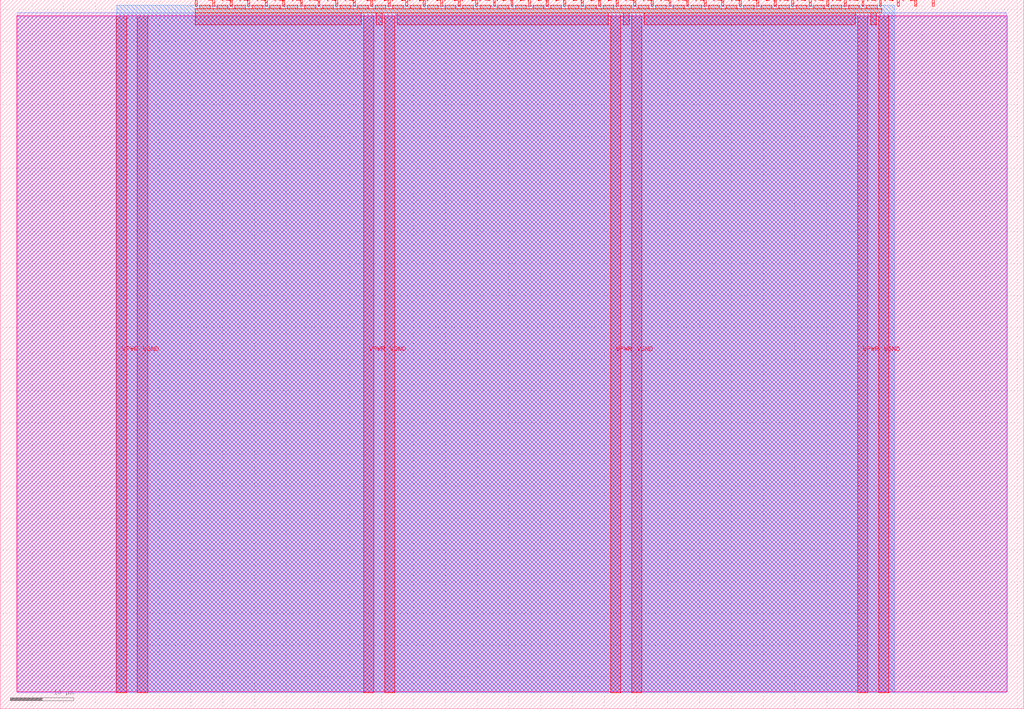
<source format=lef>
VERSION 5.7 ;
  NOWIREEXTENSIONATPIN ON ;
  DIVIDERCHAR "/" ;
  BUSBITCHARS "[]" ;
MACRO tt_um_array_mult_joe_leighthardt
  CLASS BLOCK ;
  FOREIGN tt_um_array_mult_joe_leighthardt ;
  ORIGIN 0.000 0.000 ;
  SIZE 161.000 BY 111.520 ;
  PIN VGND
    DIRECTION INOUT ;
    USE GROUND ;
    PORT
      LAYER met4 ;
        RECT 21.580 2.480 23.180 109.040 ;
    END
    PORT
      LAYER met4 ;
        RECT 60.450 2.480 62.050 109.040 ;
    END
    PORT
      LAYER met4 ;
        RECT 99.320 2.480 100.920 109.040 ;
    END
    PORT
      LAYER met4 ;
        RECT 138.190 2.480 139.790 109.040 ;
    END
  END VGND
  PIN VPWR
    DIRECTION INOUT ;
    USE POWER ;
    PORT
      LAYER met4 ;
        RECT 18.280 2.480 19.880 109.040 ;
    END
    PORT
      LAYER met4 ;
        RECT 57.150 2.480 58.750 109.040 ;
    END
    PORT
      LAYER met4 ;
        RECT 96.020 2.480 97.620 109.040 ;
    END
    PORT
      LAYER met4 ;
        RECT 134.890 2.480 136.490 109.040 ;
    END
  END VPWR
  PIN clk
    DIRECTION INPUT ;
    USE SIGNAL ;
    PORT
      LAYER met4 ;
        RECT 143.830 110.520 144.130 111.520 ;
    END
  END clk
  PIN ena
    DIRECTION INPUT ;
    USE SIGNAL ;
    PORT
      LAYER met4 ;
        RECT 146.590 110.520 146.890 111.520 ;
    END
  END ena
  PIN rst_n
    DIRECTION INPUT ;
    USE SIGNAL ;
    PORT
      LAYER met4 ;
        RECT 141.070 110.520 141.370 111.520 ;
    END
  END rst_n
  PIN ui_in[0]
    DIRECTION INPUT ;
    USE SIGNAL ;
    ANTENNAGATEAREA 0.159000 ;
    PORT
      LAYER met4 ;
        RECT 138.310 110.520 138.610 111.520 ;
    END
  END ui_in[0]
  PIN ui_in[1]
    DIRECTION INPUT ;
    USE SIGNAL ;
    ANTENNAGATEAREA 0.159000 ;
    PORT
      LAYER met4 ;
        RECT 135.550 110.520 135.850 111.520 ;
    END
  END ui_in[1]
  PIN ui_in[2]
    DIRECTION INPUT ;
    USE SIGNAL ;
    ANTENNAGATEAREA 0.213000 ;
    PORT
      LAYER met4 ;
        RECT 132.790 110.520 133.090 111.520 ;
    END
  END ui_in[2]
  PIN ui_in[3]
    DIRECTION INPUT ;
    USE SIGNAL ;
    ANTENNAGATEAREA 0.126000 ;
    PORT
      LAYER met4 ;
        RECT 130.030 110.520 130.330 111.520 ;
    END
  END ui_in[3]
  PIN ui_in[4]
    DIRECTION INPUT ;
    USE SIGNAL ;
    ANTENNAGATEAREA 0.126000 ;
    PORT
      LAYER met4 ;
        RECT 127.270 110.520 127.570 111.520 ;
    END
  END ui_in[4]
  PIN ui_in[5]
    DIRECTION INPUT ;
    USE SIGNAL ;
    ANTENNAGATEAREA 0.159000 ;
    PORT
      LAYER met4 ;
        RECT 124.510 110.520 124.810 111.520 ;
    END
  END ui_in[5]
  PIN ui_in[6]
    DIRECTION INPUT ;
    USE SIGNAL ;
    ANTENNAGATEAREA 0.213000 ;
    PORT
      LAYER met4 ;
        RECT 121.750 110.520 122.050 111.520 ;
    END
  END ui_in[6]
  PIN ui_in[7]
    DIRECTION INPUT ;
    USE SIGNAL ;
    ANTENNAGATEAREA 0.213000 ;
    PORT
      LAYER met4 ;
        RECT 118.990 110.520 119.290 111.520 ;
    END
  END ui_in[7]
  PIN uio_in[0]
    DIRECTION INPUT ;
    USE SIGNAL ;
    PORT
      LAYER met4 ;
        RECT 116.230 110.520 116.530 111.520 ;
    END
  END uio_in[0]
  PIN uio_in[1]
    DIRECTION INPUT ;
    USE SIGNAL ;
    PORT
      LAYER met4 ;
        RECT 113.470 110.520 113.770 111.520 ;
    END
  END uio_in[1]
  PIN uio_in[2]
    DIRECTION INPUT ;
    USE SIGNAL ;
    PORT
      LAYER met4 ;
        RECT 110.710 110.520 111.010 111.520 ;
    END
  END uio_in[2]
  PIN uio_in[3]
    DIRECTION INPUT ;
    USE SIGNAL ;
    PORT
      LAYER met4 ;
        RECT 107.950 110.520 108.250 111.520 ;
    END
  END uio_in[3]
  PIN uio_in[4]
    DIRECTION INPUT ;
    USE SIGNAL ;
    PORT
      LAYER met4 ;
        RECT 105.190 110.520 105.490 111.520 ;
    END
  END uio_in[4]
  PIN uio_in[5]
    DIRECTION INPUT ;
    USE SIGNAL ;
    PORT
      LAYER met4 ;
        RECT 102.430 110.520 102.730 111.520 ;
    END
  END uio_in[5]
  PIN uio_in[6]
    DIRECTION INPUT ;
    USE SIGNAL ;
    PORT
      LAYER met4 ;
        RECT 99.670 110.520 99.970 111.520 ;
    END
  END uio_in[6]
  PIN uio_in[7]
    DIRECTION INPUT ;
    USE SIGNAL ;
    PORT
      LAYER met4 ;
        RECT 96.910 110.520 97.210 111.520 ;
    END
  END uio_in[7]
  PIN uio_oe[0]
    DIRECTION OUTPUT ;
    USE SIGNAL ;
    PORT
      LAYER met4 ;
        RECT 49.990 110.520 50.290 111.520 ;
    END
  END uio_oe[0]
  PIN uio_oe[1]
    DIRECTION OUTPUT ;
    USE SIGNAL ;
    PORT
      LAYER met4 ;
        RECT 47.230 110.520 47.530 111.520 ;
    END
  END uio_oe[1]
  PIN uio_oe[2]
    DIRECTION OUTPUT ;
    USE SIGNAL ;
    PORT
      LAYER met4 ;
        RECT 44.470 110.520 44.770 111.520 ;
    END
  END uio_oe[2]
  PIN uio_oe[3]
    DIRECTION OUTPUT ;
    USE SIGNAL ;
    PORT
      LAYER met4 ;
        RECT 41.710 110.520 42.010 111.520 ;
    END
  END uio_oe[3]
  PIN uio_oe[4]
    DIRECTION OUTPUT ;
    USE SIGNAL ;
    PORT
      LAYER met4 ;
        RECT 38.950 110.520 39.250 111.520 ;
    END
  END uio_oe[4]
  PIN uio_oe[5]
    DIRECTION OUTPUT ;
    USE SIGNAL ;
    PORT
      LAYER met4 ;
        RECT 36.190 110.520 36.490 111.520 ;
    END
  END uio_oe[5]
  PIN uio_oe[6]
    DIRECTION OUTPUT ;
    USE SIGNAL ;
    PORT
      LAYER met4 ;
        RECT 33.430 110.520 33.730 111.520 ;
    END
  END uio_oe[6]
  PIN uio_oe[7]
    DIRECTION OUTPUT ;
    USE SIGNAL ;
    PORT
      LAYER met4 ;
        RECT 30.670 110.520 30.970 111.520 ;
    END
  END uio_oe[7]
  PIN uio_out[0]
    DIRECTION OUTPUT ;
    USE SIGNAL ;
    PORT
      LAYER met4 ;
        RECT 72.070 110.520 72.370 111.520 ;
    END
  END uio_out[0]
  PIN uio_out[1]
    DIRECTION OUTPUT ;
    USE SIGNAL ;
    PORT
      LAYER met4 ;
        RECT 69.310 110.520 69.610 111.520 ;
    END
  END uio_out[1]
  PIN uio_out[2]
    DIRECTION OUTPUT ;
    USE SIGNAL ;
    PORT
      LAYER met4 ;
        RECT 66.550 110.520 66.850 111.520 ;
    END
  END uio_out[2]
  PIN uio_out[3]
    DIRECTION OUTPUT ;
    USE SIGNAL ;
    PORT
      LAYER met4 ;
        RECT 63.790 110.520 64.090 111.520 ;
    END
  END uio_out[3]
  PIN uio_out[4]
    DIRECTION OUTPUT ;
    USE SIGNAL ;
    PORT
      LAYER met4 ;
        RECT 61.030 110.520 61.330 111.520 ;
    END
  END uio_out[4]
  PIN uio_out[5]
    DIRECTION OUTPUT ;
    USE SIGNAL ;
    PORT
      LAYER met4 ;
        RECT 58.270 110.520 58.570 111.520 ;
    END
  END uio_out[5]
  PIN uio_out[6]
    DIRECTION OUTPUT ;
    USE SIGNAL ;
    PORT
      LAYER met4 ;
        RECT 55.510 110.520 55.810 111.520 ;
    END
  END uio_out[6]
  PIN uio_out[7]
    DIRECTION OUTPUT ;
    USE SIGNAL ;
    PORT
      LAYER met4 ;
        RECT 52.750 110.520 53.050 111.520 ;
    END
  END uio_out[7]
  PIN uo_out[0]
    DIRECTION OUTPUT ;
    USE SIGNAL ;
    ANTENNADIFFAREA 0.643500 ;
    PORT
      LAYER met4 ;
        RECT 94.150 110.520 94.450 111.520 ;
    END
  END uo_out[0]
  PIN uo_out[1]
    DIRECTION OUTPUT ;
    USE SIGNAL ;
    ANTENNADIFFAREA 0.445500 ;
    PORT
      LAYER met4 ;
        RECT 91.390 110.520 91.690 111.520 ;
    END
  END uo_out[1]
  PIN uo_out[2]
    DIRECTION OUTPUT ;
    USE SIGNAL ;
    ANTENNADIFFAREA 0.445500 ;
    PORT
      LAYER met4 ;
        RECT 88.630 110.520 88.930 111.520 ;
    END
  END uo_out[2]
  PIN uo_out[3]
    DIRECTION OUTPUT ;
    USE SIGNAL ;
    ANTENNADIFFAREA 0.445500 ;
    PORT
      LAYER met4 ;
        RECT 85.870 110.520 86.170 111.520 ;
    END
  END uo_out[3]
  PIN uo_out[4]
    DIRECTION OUTPUT ;
    USE SIGNAL ;
    ANTENNADIFFAREA 0.445500 ;
    PORT
      LAYER met4 ;
        RECT 83.110 110.520 83.410 111.520 ;
    END
  END uo_out[4]
  PIN uo_out[5]
    DIRECTION OUTPUT ;
    USE SIGNAL ;
    ANTENNADIFFAREA 0.445500 ;
    PORT
      LAYER met4 ;
        RECT 80.350 110.520 80.650 111.520 ;
    END
  END uo_out[5]
  PIN uo_out[6]
    DIRECTION OUTPUT ;
    USE SIGNAL ;
    ANTENNADIFFAREA 0.445500 ;
    PORT
      LAYER met4 ;
        RECT 77.590 110.520 77.890 111.520 ;
    END
  END uo_out[6]
  PIN uo_out[7]
    DIRECTION OUTPUT ;
    USE SIGNAL ;
    ANTENNADIFFAREA 0.445500 ;
    PORT
      LAYER met4 ;
        RECT 74.830 110.520 75.130 111.520 ;
    END
  END uo_out[7]
  OBS
      LAYER nwell ;
        RECT 2.570 2.635 158.430 108.990 ;
      LAYER li1 ;
        RECT 2.760 2.635 158.240 108.885 ;
      LAYER met1 ;
        RECT 2.760 2.480 158.240 109.440 ;
      LAYER met2 ;
        RECT 18.310 2.535 140.670 110.685 ;
      LAYER met3 ;
        RECT 18.290 2.555 140.695 110.665 ;
      LAYER met4 ;
        RECT 31.370 110.120 33.030 110.665 ;
        RECT 34.130 110.120 35.790 110.665 ;
        RECT 36.890 110.120 38.550 110.665 ;
        RECT 39.650 110.120 41.310 110.665 ;
        RECT 42.410 110.120 44.070 110.665 ;
        RECT 45.170 110.120 46.830 110.665 ;
        RECT 47.930 110.120 49.590 110.665 ;
        RECT 50.690 110.120 52.350 110.665 ;
        RECT 53.450 110.120 55.110 110.665 ;
        RECT 56.210 110.120 57.870 110.665 ;
        RECT 58.970 110.120 60.630 110.665 ;
        RECT 61.730 110.120 63.390 110.665 ;
        RECT 64.490 110.120 66.150 110.665 ;
        RECT 67.250 110.120 68.910 110.665 ;
        RECT 70.010 110.120 71.670 110.665 ;
        RECT 72.770 110.120 74.430 110.665 ;
        RECT 75.530 110.120 77.190 110.665 ;
        RECT 78.290 110.120 79.950 110.665 ;
        RECT 81.050 110.120 82.710 110.665 ;
        RECT 83.810 110.120 85.470 110.665 ;
        RECT 86.570 110.120 88.230 110.665 ;
        RECT 89.330 110.120 90.990 110.665 ;
        RECT 92.090 110.120 93.750 110.665 ;
        RECT 94.850 110.120 96.510 110.665 ;
        RECT 97.610 110.120 99.270 110.665 ;
        RECT 100.370 110.120 102.030 110.665 ;
        RECT 103.130 110.120 104.790 110.665 ;
        RECT 105.890 110.120 107.550 110.665 ;
        RECT 108.650 110.120 110.310 110.665 ;
        RECT 111.410 110.120 113.070 110.665 ;
        RECT 114.170 110.120 115.830 110.665 ;
        RECT 116.930 110.120 118.590 110.665 ;
        RECT 119.690 110.120 121.350 110.665 ;
        RECT 122.450 110.120 124.110 110.665 ;
        RECT 125.210 110.120 126.870 110.665 ;
        RECT 127.970 110.120 129.630 110.665 ;
        RECT 130.730 110.120 132.390 110.665 ;
        RECT 133.490 110.120 135.150 110.665 ;
        RECT 136.250 110.120 137.910 110.665 ;
        RECT 30.655 109.440 138.625 110.120 ;
        RECT 30.655 107.615 56.750 109.440 ;
        RECT 59.150 107.615 60.050 109.440 ;
        RECT 62.450 107.615 95.620 109.440 ;
        RECT 98.020 107.615 98.920 109.440 ;
        RECT 101.320 107.615 134.490 109.440 ;
        RECT 136.890 107.615 137.790 109.440 ;
  END
END tt_um_array_mult_joe_leighthardt
END LIBRARY


</source>
